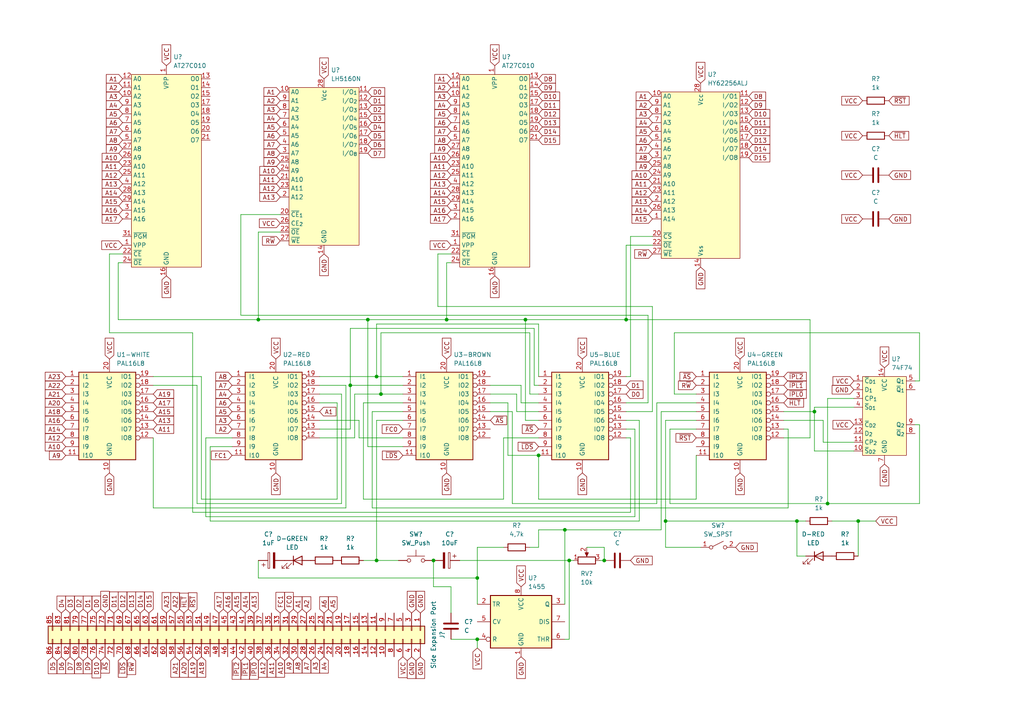
<source format=kicad_sch>
(kicad_sch (version 20211123) (generator eeschema)
  (paper "A4")
  (title_block (title "Amiga Action Replay MK III (A500 Version)"))
  (lib_symbols
    (symbol "AR3:74F74"
      (property "Reference" "U" (at 0 2.54 0))
      (property "Value" "74F74" (at 0 0 0))
      (symbol "74F74_1_1"
        (pin input line (at -8.89 10.16 0) (length 2.54) (name "~{C}_{D1}") (number "1"))
        (pin input line (at -8.89 -10.16 0) (length 2.54) (name "~{S}_{D2}") (number "10"))
        (pin input line (at -8.89 -7.62 0) (length 2.54) (name "CP_{2}") (number "11"))
        (pin input line (at -8.89 -5.08 0) (length 2.54) (name "D_{2}") (number "12"))
        (pin input line (at -8.89 -2.54 0) (length 2.54) (name "~{C}_{D2}") (number "13"))
        (pin power_in line (at 0 13.97 270) (length 2.54) (name "VCC") (number "14"))
        (pin input line (at -8.89 7.62 0) (length 2.54) (name "D_{1}") (number "2"))
        (pin input line (at -8.89 5.08 0) (length 2.54) (name "CP_{1}") (number "3"))
        (pin input line (at -8.89 2.54 0) (length 2.54) (name "~{S}_{D1}") (number "4"))
        (pin output line (at 8.89 10.16 180) (length 2.54) (name "Q_{1}") (number "5"))
        (pin output line (at 8.89 7.62 180) (length 2.54) (name "~{Q}_{1}") (number "6"))
        (pin power_in line (at 0 -13.97 90) (length 2.54) (name "GND") (number "7"))
        (pin output line (at 8.89 -5.08 180) (length 2.54) (name "~{Q}_{2}") (number "8"))
        (pin output line (at 8.89 -2.54 180) (length 2.54) (name "Q_{2}") (number "9"))
      )
    )
    (symbol "AR3:AT27C010"
      (property "Reference" "U" (at 0 1.524 0))
      (property "Value" "AT27C010" (at 0 -1.778 0))
      (symbol "AT27C010_1_1"
        (pin input line (at -12.7 -21.59 0) (length 2.54) (name "VPP") (number "1"))
        (pin power_in line (at 0 30.48 270) (length 2.54) (name "VPP") (number "1"))
        (pin input line (at -12.7 21.59 0) (length 2.54) (name "A2") (number "10"))
        (pin input line (at -12.7 24.13 0) (length 2.54) (name "A1") (number "11"))
        (pin input line (at -12.7 26.67 0) (length 2.54) (name "A0") (number "12"))
        (pin output line (at 12.7 26.67 180) (length 2.54) (name "O0") (number "13"))
        (pin output line (at 12.7 24.13 180) (length 2.54) (name "O1") (number "14"))
        (pin output line (at 12.7 21.59 180) (length 2.54) (name "O2") (number "15"))
        (pin power_in line (at 0 -30.48 90) (length 2.54) (name "GND") (number "16"))
        (pin output line (at 12.7 19.05 180) (length 2.54) (name "O3") (number "17"))
        (pin output line (at 12.7 16.51 180) (length 2.54) (name "O4") (number "18"))
        (pin output line (at 12.7 13.97 180) (length 2.54) (name "O5") (number "19"))
        (pin input line (at -12.7 -13.97 0) (length 2.54) (name "A16") (number "2"))
        (pin output line (at 12.7 11.43 180) (length 2.54) (name "O6") (number "20"))
        (pin output line (at 12.7 8.89 180) (length 2.54) (name "O7") (number "21"))
        (pin input line (at -12.7 -24.13 0) (length 2.54) (name "~{CE}") (number "22"))
        (pin input line (at -12.7 1.27 0) (length 2.54) (name "A10") (number "23"))
        (pin input line (at -12.7 -26.67 0) (length 2.54) (name "~{OE}") (number "24"))
        (pin input line (at -12.7 -1.27 0) (length 2.54) (name "A11") (number "25"))
        (pin input line (at -12.7 3.81 0) (length 2.54) (name "A9") (number "26"))
        (pin input line (at -12.7 6.35 0) (length 2.54) (name "A8") (number "27"))
        (pin input line (at -12.7 -6.35 0) (length 2.54) (name "A13") (number "28"))
        (pin input line (at -12.7 -8.89 0) (length 2.54) (name "A14") (number "29"))
        (pin input line (at -12.7 -11.43 0) (length 2.54) (name "A15") (number "3"))
        (pin input line (at -12.7 -19.05 0) (length 2.54) (name "~{PGM}") (number "31"))
        (pin input line (at -12.7 -3.81 0) (length 2.54) (name "A12") (number "4"))
        (pin input line (at -12.7 8.89 0) (length 2.54) (name "A7") (number "5"))
        (pin input line (at -12.7 11.43 0) (length 2.54) (name "A6") (number "6"))
        (pin input line (at -12.7 13.97 0) (length 2.54) (name "A5") (number "7"))
        (pin input line (at -12.7 16.51 0) (length 2.54) (name "A4") (number "8"))
        (pin input line (at -12.7 19.05 0) (length 2.54) (name "A3") (number "9"))
      )
    )
    (symbol "AR3:HY62256ALJ"
      (property "Reference" "U" (at 0 2.54 0))
      (property "Value" "HY62256ALJ" (at 0 -2.54 0))
      (symbol "HY62256ALJ_1_1"
        (pin input line (at -13.97 -12.7 0) (length 2.54) (name "A14") (number "1"))
        (pin input line (at -13.97 22.86 0) (length 2.54) (name "A0") (number "10"))
        (pin bidirectional line (at 13.97 22.86 180) (length 2.54) (name "I/O1") (number "11"))
        (pin bidirectional line (at 13.97 20.32 180) (length 2.54) (name "I/O2") (number "12"))
        (pin bidirectional line (at 13.97 17.78 180) (length 2.54) (name "I/O3") (number "13"))
        (pin power_in line (at 0 -26.67 90) (length 2.54) (name "Vss") (number "14"))
        (pin bidirectional line (at 13.97 15.24 180) (length 2.54) (name "I/O4") (number "15"))
        (pin bidirectional line (at 13.97 12.7 180) (length 2.54) (name "I/O5") (number "16"))
        (pin bidirectional line (at 13.97 10.16 180) (length 2.54) (name "I/O6") (number "17"))
        (pin bidirectional line (at 13.97 7.62 180) (length 2.54) (name "I/O7") (number "18"))
        (pin bidirectional line (at 13.97 5.08 180) (length 2.54) (name "I/O8") (number "19"))
        (pin input line (at -13.97 -7.62 0) (length 2.54) (name "A12") (number "2"))
        (pin input line (at -13.97 -17.78 0) (length 2.54) (name "~{CS}") (number "20"))
        (pin input line (at -13.97 -2.54 0) (length 2.54) (name "A10") (number "21"))
        (pin input line (at -13.97 -20.32 0) (length 2.54) (name "~{OE}") (number "22"))
        (pin input line (at -13.97 -5.08 0) (length 2.54) (name "A11") (number "23"))
        (pin input line (at -13.97 0 0) (length 2.54) (name "A9") (number "24"))
        (pin input line (at -13.97 2.54 0) (length 2.54) (name "A8") (number "25"))
        (pin input line (at -13.97 -10.16 0) (length 2.54) (name "A13") (number "26"))
        (pin input line (at -13.97 -22.86 0) (length 2.54) (name "~{WE}") (number "27"))
        (pin power_in line (at 0 26.67 270) (length 2.54) (name "Vcc") (number "28"))
        (pin input line (at -13.97 5.08 0) (length 2.54) (name "A7") (number "3"))
        (pin input line (at -13.97 7.62 0) (length 2.54) (name "A6") (number "4"))
        (pin input line (at -13.97 10.16 0) (length 2.54) (name "A5") (number "5"))
        (pin input line (at -13.97 12.7 0) (length 2.54) (name "A4") (number "6"))
        (pin input line (at -13.97 15.24 0) (length 2.54) (name "A3") (number "7"))
        (pin input line (at -13.97 17.78 0) (length 2.54) (name "A2") (number "8"))
        (pin input line (at -13.97 20.32 0) (length 2.54) (name "A1") (number "9"))
      )
    )
    (symbol "AR3:LH5160N"
      (property "Reference" "U" (at 0 1.27 0))
      (property "Value" "LH5160N" (at 0 -1.27 0))
      (symbol "LH5160N_1_1"
        (pin input line (at -12.7 21.59 0) (length 2.54) (name "A0") (number "10"))
        (pin bidirectional line (at 12.7 21.59 180) (length 2.54) (name "I/O_{1}") (number "11"))
        (pin bidirectional line (at 12.7 19.05 180) (length 2.54) (name "I/O_{2}") (number "12"))
        (pin bidirectional line (at 12.7 16.51 180) (length 2.54) (name "I/O_{3}") (number "13"))
        (pin power_in line (at 0 -25.4 90) (length 2.54) (name "GND") (number "14"))
        (pin bidirectional line (at 12.7 13.97 180) (length 2.54) (name "I/O_{4}") (number "15"))
        (pin bidirectional line (at 12.7 11.43 180) (length 2.54) (name "I/O_{5}") (number "16"))
        (pin bidirectional line (at 12.7 8.89 180) (length 2.54) (name "I/O_{6}") (number "17"))
        (pin bidirectional line (at 12.7 6.35 180) (length 2.54) (name "I/O_{7}") (number "18"))
        (pin bidirectional line (at 12.7 3.81 180) (length 2.54) (name "I/O_{8}") (number "19"))
        (pin input line (at -12.7 -8.89 0) (length 2.54) (name "A12") (number "2"))
        (pin input line (at -12.7 -13.97 0) (length 2.54) (name "~{CE}_{1}") (number "20"))
        (pin input line (at -12.7 -3.81 0) (length 2.54) (name "A10") (number "21"))
        (pin input line (at -12.7 -19.05 0) (length 2.54) (name "~{OE}") (number "22"))
        (pin input line (at -12.7 -6.35 0) (length 2.54) (name "A11") (number "23"))
        (pin input line (at -12.7 -1.27 0) (length 2.54) (name "A9") (number "24"))
        (pin input line (at -12.7 1.27 0) (length 2.54) (name "A8") (number "25"))
        (pin input line (at -12.7 -16.51 0) (length 2.54) (name "CE_{2}") (number "26"))
        (pin input line (at -12.7 -21.59 0) (length 2.54) (name "~{WE}") (number "27"))
        (pin power_in line (at 0 25.4 270) (length 2.54) (name "Vcc") (number "28"))
        (pin input line (at -12.7 3.81 0) (length 2.54) (name "A7") (number "3"))
        (pin input line (at -12.7 6.35 0) (length 2.54) (name "A6") (number "4"))
        (pin input line (at -12.7 8.89 0) (length 2.54) (name "A5") (number "5"))
        (pin input line (at -12.7 11.43 0) (length 2.54) (name "A4") (number "6"))
        (pin input line (at -12.7 13.97 0) (length 2.54) (name "A3") (number "7"))
        (pin input line (at -12.7 16.51 0) (length 2.54) (name "A2") (number "8"))
        (pin input line (at -12.7 19.05 0) (length 2.54) (name "A1") (number "9"))
      )
    )
    (symbol "AR3:Side Expansion Port" (pin_names (offset 1.016) hide)
      (property "Reference" "J" (at 1.27 50.8 0))
      (property "Value" "Side Expansion Port" (at 1.27 -60.96 0))
      (symbol "Side Expansion Port_1_1"
        (pin passive line (at -5.08 48.26 0) (length 3.81) (name "GND") (number "1"))
        (pin passive line (at 7.62 38.1 180) (length 3.81) (name "+12V") (number "10"))
        (pin passive line (at -5.08 35.56 0) (length 3.81) (name "NC") (number "11"))
        (pin passive line (at 7.62 35.56 180) (length 3.81) (name "GND") (number "12"))
        (pin passive line (at -5.08 33.02 0) (length 3.81) (name "GND") (number "13"))
        (pin passive line (at 7.62 33.02 180) (length 3.81) (name "~{CCKQ}") (number "14"))
        (pin passive line (at -5.08 30.48 0) (length 3.81) (name "CDAC") (number "15"))
        (pin passive line (at 7.62 30.48 180) (length 3.81) (name "~{CCK}") (number "16"))
        (pin passive line (at -5.08 27.94 0) (length 3.81) (name "~{OVR}") (number "17"))
        (pin passive line (at 7.62 27.94 180) (length 3.81) (name "XRDY") (number "18"))
        (pin passive line (at -5.08 25.4 0) (length 3.81) (name "~{INT2}") (number "19"))
        (pin passive line (at 7.62 48.26 180) (length 3.81) (name "GND") (number "2"))
        (pin passive line (at 7.62 25.4 180) (length 3.81) (name "NC") (number "20"))
        (pin passive line (at -5.08 22.86 0) (length 3.81) (name "A5") (number "21"))
        (pin passive line (at 7.62 22.86 180) (length 3.81) (name "~{INT6}") (number "22"))
        (pin passive line (at -5.08 20.32 0) (length 3.81) (name "A6") (number "23"))
        (pin passive line (at 7.62 20.32 180) (length 3.81) (name "A4") (number "24"))
        (pin passive line (at -5.08 17.78 0) (length 3.81) (name "GND") (number "25"))
        (pin passive line (at 7.62 17.78 180) (length 3.81) (name "A3") (number "26"))
        (pin passive line (at -5.08 15.24 0) (length 3.81) (name "A2") (number "27"))
        (pin passive line (at 7.62 15.24 180) (length 3.81) (name "A7") (number "28"))
        (pin passive line (at -5.08 12.7 0) (length 3.81) (name "A1") (number "29"))
        (pin passive line (at -5.08 45.72 0) (length 3.81) (name "GND") (number "3"))
        (pin passive line (at 7.62 12.7 180) (length 3.81) (name "A8") (number "30"))
        (pin passive line (at -5.08 10.16 0) (length 3.81) (name "FC0") (number "31"))
        (pin passive line (at 7.62 10.16 180) (length 3.81) (name "A9") (number "32"))
        (pin passive line (at -5.08 7.62 0) (length 3.81) (name "FC1") (number "33"))
        (pin passive line (at 7.62 7.62 180) (length 3.81) (name "A10") (number "34"))
        (pin passive line (at -5.08 5.08 0) (length 3.81) (name "FC2") (number "35"))
        (pin passive line (at 7.62 5.08 180) (length 3.81) (name "A11") (number "36"))
        (pin passive line (at -5.08 2.54 0) (length 3.81) (name "GND") (number "37"))
        (pin passive line (at 7.62 2.54 180) (length 3.81) (name "A12") (number "38"))
        (pin passive line (at -5.08 0 0) (length 3.81) (name "A13") (number "39"))
        (pin passive line (at 7.62 45.72 180) (length 3.81) (name "GND") (number "4"))
        (pin passive line (at 7.62 0 180) (length 3.81) (name "~{IPL0}") (number "40"))
        (pin passive line (at -5.08 -2.54 0) (length 3.81) (name "A14") (number "41"))
        (pin passive line (at 7.62 -2.54 180) (length 3.81) (name "~{IPL1}") (number "42"))
        (pin passive line (at -5.08 -5.08 0) (length 3.81) (name "A15") (number "43"))
        (pin passive line (at 7.62 -5.08 180) (length 3.81) (name "~{IPL2}") (number "44"))
        (pin passive line (at -5.08 -7.62 0) (length 3.81) (name "A16") (number "45"))
        (pin passive line (at 7.62 -7.62 180) (length 3.81) (name "~{BEER}") (number "46"))
        (pin passive line (at -5.08 -10.16 0) (length 3.81) (name "A17") (number "47"))
        (pin passive line (at 7.62 -10.16 180) (length 3.81) (name "~{VPA}") (number "48"))
        (pin passive line (at -5.08 -12.7 0) (length 3.81) (name "GND") (number "49"))
        (pin passive line (at -5.08 43.18 0) (length 3.81) (name "VCC") (number "5"))
        (pin passive line (at 7.62 -12.7 180) (length 3.81) (name "E") (number "50"))
        (pin passive line (at -5.08 -15.24 0) (length 3.81) (name "~{VMA}") (number "51"))
        (pin passive line (at 7.62 -15.24 180) (length 3.81) (name "A18") (number "52"))
        (pin passive line (at -5.08 -17.78 0) (length 3.81) (name "~{RST}") (number "53"))
        (pin passive line (at 7.62 -17.78 180) (length 3.81) (name "A19") (number "54"))
        (pin passive line (at -5.08 -20.32 0) (length 3.81) (name "~{HLT}") (number "55"))
        (pin passive line (at 7.62 -20.32 180) (length 3.81) (name "A20") (number "56"))
        (pin passive line (at -5.08 -22.86 0) (length 3.81) (name "A22") (number "57"))
        (pin passive line (at 7.62 -22.86 180) (length 3.81) (name "A21") (number "58"))
        (pin passive line (at -5.08 -25.4 0) (length 3.81) (name "A23") (number "59"))
        (pin passive line (at 7.62 43.18 180) (length 3.81) (name "VCC") (number "6"))
        (pin passive line (at 7.62 -25.4 180) (length 3.81) (name "~{BR}") (number "60"))
        (pin passive line (at -5.08 -27.94 0) (length 3.81) (name "GND") (number "61"))
        (pin passive line (at 7.62 -27.94 180) (length 3.81) (name "~{BGACK}") (number "62"))
        (pin passive line (at -5.08 -30.48 0) (length 3.81) (name "D15") (number "63"))
        (pin passive line (at 7.62 -30.48 180) (length 3.81) (name "~{BG}") (number "64"))
        (pin passive line (at -5.08 -33.02 0) (length 3.81) (name "D14") (number "65"))
        (pin passive line (at 7.62 -33.02 180) (length 3.81) (name "~{DTACK}") (number "66"))
        (pin passive line (at -5.08 -35.56 0) (length 3.81) (name "D13") (number "67"))
        (pin passive line (at 7.62 -35.56 180) (length 3.81) (name "R~{W}") (number "68"))
        (pin passive line (at -5.08 -38.1 0) (length 3.81) (name "D12") (number "69"))
        (pin passive line (at -5.08 40.64 0) (length 3.81) (name "7MHz") (number "7"))
        (pin passive line (at 7.62 -38.1 180) (length 3.81) (name "~{LDS}") (number "70"))
        (pin passive line (at -5.08 -40.64 0) (length 3.81) (name "D11") (number "71"))
        (pin passive line (at 7.62 -40.64 180) (length 3.81) (name "~{UDS}") (number "72"))
        (pin passive line (at -5.08 -43.18 0) (length 3.81) (name "GND") (number "73"))
        (pin passive line (at 7.62 -43.18 180) (length 3.81) (name "~{AS}") (number "74"))
        (pin passive line (at -5.08 -45.72 0) (length 3.81) (name "D0") (number "75"))
        (pin passive line (at 7.62 -45.72 180) (length 3.81) (name "D10") (number "76"))
        (pin passive line (at -5.08 -48.26 0) (length 3.81) (name "D1") (number "77"))
        (pin passive line (at 7.62 -48.26 180) (length 3.81) (name "D9") (number "78"))
        (pin passive line (at -5.08 -50.8 0) (length 3.81) (name "D2") (number "79"))
        (pin passive line (at 7.62 40.64 180) (length 3.81) (name "-12V") (number "8"))
        (pin passive line (at 7.62 -50.8 180) (length 3.81) (name "D8") (number "80"))
        (pin passive line (at -5.08 -53.34 0) (length 3.81) (name "D3") (number "81"))
        (pin passive line (at 7.62 -53.34 180) (length 3.81) (name "D7") (number "82"))
        (pin passive line (at -5.08 -55.88 0) (length 3.81) (name "D4") (number "83"))
        (pin passive line (at 7.62 -55.88 180) (length 3.81) (name "D6") (number "84"))
        (pin passive line (at -5.08 -58.42 0) (length 3.81) (name "GND") (number "85"))
        (pin passive line (at 7.62 -58.42 180) (length 3.81) (name "D5") (number "86"))
        (pin passive line (at -5.08 38.1 0) (length 3.81) (name "NC") (number "9"))
      )
    )
    (symbol "Device:C" (pin_numbers hide) (pin_names (offset 0.254))
      (property "Reference" "C" (at 0.635 2.54 0))
      (property "Value" "C" (at 0.635 -2.54 0))
      (symbol "C_1_1"
        (pin passive line (at 0 3.81 270) (length 2.794) (name "~") (number "1"))
        (pin passive line (at 0 -3.81 90) (length 2.794) (name "~") (number "2"))
      )
    )
    (symbol "Device:C_Polarized" (pin_numbers hide) (pin_names (offset 0.254))
      (property "Reference" "C" (at 0.635 2.54 0))
      (property "Value" "C_Polarized" (at 0.635 -2.54 0))
      (symbol "C_Polarized_1_1"
        (pin passive line (at 0 3.81 270) (length 2.794) (name "~") (number "1"))
        (pin passive line (at 0 -3.81 90) (length 2.794) (name "~") (number "2"))
      )
    )
    (symbol "Device:LED" (pin_numbers hide) (pin_names (offset 1.016) hide)
      (property "Reference" "D" (at 0 2.54 0))
      (property "Value" "LED" (at 0 -2.54 0))
      (symbol "LED_1_1"
        (pin passive line (at -3.81 0 0) (length 2.54) (name "K") (number "1"))
        (pin passive line (at 3.81 0 180) (length 2.54) (name "A") (number "2"))
      )
    )
    (symbol "Device:R" (pin_numbers hide) (pin_names (offset 0))
      (property "Reference" "R" (at 2.032 0 90))
      (property "Value" "R" (at 0 0 90))
      (symbol "R_1_1"
        (pin passive line (at 0 3.81 270) (length 1.27) (name "~") (number "1"))
        (pin passive line (at 0 -3.81 90) (length 1.27) (name "~") (number "2"))
      )
    )
    (symbol "Device:R_Potentiometer" (pin_names (offset 1.016) hide)
      (property "Reference" "RV" (at -4.445 0 90))
      (property "Value" "R_Potentiometer" (at -2.54 0 90))
      (symbol "R_Potentiometer_1_1"
        (pin passive line (at 0 3.81 270) (length 1.27) (name "1") (number "1"))
        (pin passive line (at 3.81 0 180) (length 1.27) (name "2") (number "2"))
        (pin passive line (at 0 -3.81 90) (length 1.27) (name "3") (number "3"))
      )
    )
    (symbol "Logic_Programmable:PAL16L8" (pin_names (offset 1.016))
      (property "Reference" "U" (at -8.89 16.51 0))
      (property "Value" "PAL16L8" (at 1.27 16.51 0))
      (symbol "PAL16L8_0_0"
        (pin power_in line (at 0 -15.24 90) (length 3.81) (name "GND") (number "10"))
        (pin power_in line (at 0 17.78 270) (length 3.81) (name "VCC") (number "20"))
      )
      (symbol "PAL16L8_1_1"
        (pin input line (at -12.7 12.7 0) (length 3.81) (name "I1") (number "1"))
        (pin input line (at -12.7 -10.16 0) (length 3.81) (name "I10") (number "11"))
        (pin tri_state inverted (at 12.7 -5.08 180) (length 5.08) (name "IO8") (number "12"))
        (pin tri_state inverted (at 12.7 -2.54 180) (length 5.08) (name "IO7") (number "13"))
        (pin tri_state inverted (at 12.7 0 180) (length 5.08) (name "IO6") (number "14"))
        (pin tri_state inverted (at 12.7 2.54 180) (length 5.08) (name "IO5") (number "15"))
        (pin tri_state inverted (at 12.7 5.08 180) (length 5.08) (name "IO4") (number "16"))
        (pin tri_state inverted (at 12.7 7.62 180) (length 5.08) (name "I03") (number "17"))
        (pin tri_state inverted (at 12.7 10.16 180) (length 5.08) (name "IO2") (number "18"))
        (pin tri_state inverted (at 12.7 12.7 180) (length 5.08) (name "IO1") (number "19"))
        (pin input line (at -12.7 10.16 0) (length 3.81) (name "I2") (number "2"))
        (pin input line (at -12.7 7.62 0) (length 3.81) (name "I3") (number "3"))
        (pin input line (at -12.7 5.08 0) (length 3.81) (name "I4") (number "4"))
        (pin input line (at -12.7 2.54 0) (length 3.81) (name "I5") (number "5"))
        (pin input line (at -12.7 0 0) (length 3.81) (name "I6") (number "6"))
        (pin input line (at -12.7 -2.54 0) (length 3.81) (name "I7") (number "7"))
        (pin input line (at -12.7 -5.08 0) (length 3.81) (name "I8") (number "8"))
        (pin input line (at -12.7 -7.62 0) (length 3.81) (name "I9") (number "9"))
      )
    )
    (symbol "Switch:SW_Push" (pin_numbers hide) (pin_names (offset 1.016) hide)
      (property "Reference" "SW" (at 1.27 2.54 0))
      (property "Value" "SW_Push" (at 0 -1.524 0))
      (symbol "SW_Push_0_1"
        (pin passive line (at -5.08 0 0) (length 2.54) (name "1") (number "1"))
        (pin passive line (at 5.08 0 180) (length 2.54) (name "2") (number "2"))
      )
    )
    (symbol "Switch:SW_SPST" (pin_names (offset 0) hide)
      (property "Reference" "SW" (at 0 3.175 0))
      (property "Value" "SW_SPST" (at 0 -2.54 0))
      (symbol "SW_SPST_1_1"
        (pin passive line (at -5.08 0 0) (length 2.54) (name "A") (number "1"))
        (pin passive line (at 5.08 0 180) (length 2.54) (name "B") (number "2"))
      )
    )
    (symbol "Timer:MC1455B"
      (property "Reference" "U" (at -10.16 8.89 0))
      (property "Value" "MC1455B" (at 2.54 8.89 0))
      (symbol "MC1455B_0_0"
        (pin power_in line (at 0 -10.16 90) (length 2.54) (name "GND") (number "1"))
        (pin power_in line (at 0 10.16 270) (length 2.54) (name "VCC") (number "8"))
      )
      (symbol "MC1455B_1_1"
        (pin input line (at -12.7 5.08 0) (length 3.81) (name "TR") (number "2"))
        (pin output line (at 12.7 5.08 180) (length 3.81) (name "Q") (number "3"))
        (pin input inverted (at -12.7 -5.08 0) (length 3.81) (name "R") (number "4"))
        (pin input line (at -12.7 0 0) (length 3.81) (name "CV") (number "5"))
        (pin input line (at 12.7 -5.08 180) (length 3.81) (name "THR") (number "6"))
        (pin input line (at 12.7 0 180) (length 3.81) (name "DIS") (number "7"))
      )
    )
  )
  (junction (at 163.83 153.67))
  (junction (at 106.68 92.71))
  (junction (at 236.22 119.38))
  (junction (at 193.04 151.13))
  (junction (at 109.22 109.22))
  (junction (at 156.21 132.08))
  (junction (at 231.14 151.13))
  (junction (at 138.43 185.42))
  (junction (at 175.26 162.56))
  (junction (at 110.49 114.3))
  (junction (at 165.1 162.56))
  (junction (at 109.22 162.56))
  (junction (at 152.4 92.71))
  (junction (at 129.54 92.71))
  (junction (at 248.92 151.13))
  (junction (at 101.6 111.76))
  (junction (at 138.43 167.64))
  (junction (at 240.03 146.05))
  (junction (at 125.73 162.56))
  (junction (at 181.61 92.71))
  (junction (at 74.93 92.71))
  (wire (pts (xy 44.45 111.76) (xy 57.15 111.76)))
  (wire (pts (xy 240.03 115.57) (xy 247.65 115.57)))
  (wire (pts (xy 92.71 109.22) (xy 109.22 109.22)))
  (wire (pts (xy 181.61 71.12) (xy 181.61 92.71)))
  (wire (pts (xy 110.49 114.3) (xy 116.84 114.3)))
  (wire (pts (xy 195.58 96.52) (xy 266.7 96.52)))
  (wire (pts (xy 149.86 119.38) (xy 156.21 119.38)))
  (wire (pts (xy 182.88 68.58) (xy 182.88 109.22)))
  (wire (pts (xy 99.06 146.05) (xy 99.06 114.3)))
  (wire (pts (xy 81.28 67.31) (xy 74.93 67.31)))
  (wire (pts (xy 127 73.66) (xy 127 88.9)))
  (wire (pts (xy 153.67 158.75) (xy 156.21 158.75)))
  (wire (pts (xy 148.59 146.05) (xy 190.5 146.05)))
  (wire (pts (xy 44.45 127) (xy 44.45 147.32)))
  (wire (pts (xy 104.14 127) (xy 116.84 127)))
  (wire (pts (xy 185.42 151.13) (xy 185.42 121.92)))
  (wire (pts (xy 194.31 146.05) (xy 240.03 146.05)))
  (wire (pts (xy 60.96 129.54) (xy 60.96 151.13)))
  (wire (pts (xy 152.4 92.71) (xy 181.61 92.71)))
  (wire (pts (xy 55.88 96.52) (xy 55.88 148.59)))
  (wire (pts (xy 231.14 151.13) (xy 231.14 161.29)))
  (wire (pts (xy 31.75 96.52) (xy 55.88 96.52)))
  (wire (pts (xy 173.99 162.56) (xy 175.26 162.56)))
  (wire (pts (xy 152.4 92.71) (xy 152.4 121.92)))
  (wire (pts (xy 130.81 76.2) (xy 129.54 76.2)))
  (wire (pts (xy 181.61 121.92) (xy 185.42 121.92)))
  (wire (pts (xy 57.15 111.76) (xy 57.15 146.05)))
  (wire (pts (xy 35.56 73.66) (xy 31.75 73.66)))
  (wire (pts (xy 203.2 158.75) (xy 193.04 158.75)))
  (wire (pts (xy 102.87 127) (xy 102.87 114.3)))
  (wire (pts (xy 233.68 161.29) (xy 231.14 161.29)))
  (wire (pts (xy 191.77 119.38) (xy 201.93 119.38)))
  (wire (pts (xy 149.86 114.3) (xy 149.86 119.38)))
  (wire (pts (xy 234.95 92.71) (xy 181.61 92.71)))
  (wire (pts (xy 153.67 114.3) (xy 153.67 96.52)))
  (wire (pts (xy 59.69 149.86) (xy 184.15 149.86)))
  (wire (pts (xy 227.33 119.38) (xy 236.22 119.38)))
  (wire (pts (xy 138.43 158.75) (xy 138.43 167.64)))
  (wire (pts (xy 156.21 153.67) (xy 163.83 153.67)))
  (wire (pts (xy 238.76 128.27) (xy 247.65 128.27)))
  (wire (pts (xy 67.31 129.54) (xy 60.96 129.54)))
  (wire (pts (xy 193.04 151.13) (xy 231.14 151.13)))
  (wire (pts (xy 154.94 95.25) (xy 101.6 95.25)))
  (wire (pts (xy 60.96 151.13) (xy 185.42 151.13)))
  (wire (pts (xy 58.42 144.78) (xy 97.79 144.78)))
  (wire (pts (xy 59.69 127) (xy 59.69 149.86)))
  (wire (pts (xy 147.32 132.08) (xy 156.21 132.08)))
  (wire (pts (xy 130.81 73.66) (xy 127 73.66)))
  (wire (pts (xy 110.49 96.52) (xy 110.49 114.3)))
  (wire (pts (xy 34.29 92.71) (xy 74.93 92.71)))
  (wire (pts (xy 156.21 111.76) (xy 154.94 111.76)))
  (wire (pts (xy 35.56 76.2) (xy 34.29 76.2)))
  (wire (pts (xy 266.7 96.52) (xy 266.7 110.49)))
  (wire (pts (xy 236.22 118.11) (xy 236.22 119.38)))
  (wire (pts (xy 109.22 121.92) (xy 116.84 121.92)))
  (wire (pts (xy 156.21 144.78) (xy 156.21 132.08)))
  (wire (pts (xy 138.43 187.96) (xy 138.43 185.42)))
  (wire (pts (xy 238.76 128.27) (xy 238.76 121.92)))
  (wire (pts (xy 190.5 146.05) (xy 190.5 116.84)))
  (wire (pts (xy 231.14 151.13) (xy 233.68 151.13)))
  (wire (pts (xy 236.22 130.81) (xy 247.65 130.81)))
  (wire (pts (xy 106.68 92.71) (xy 106.68 129.54)))
  (wire (pts (xy 101.6 124.46) (xy 101.6 111.76)))
  (wire (pts (xy 163.83 185.42) (xy 165.1 185.42)))
  (wire (pts (xy 138.43 175.26) (xy 138.43 167.64)))
  (wire (pts (xy 187.96 116.84) (xy 181.61 116.84)))
  (wire (pts (xy 184.15 124.46) (xy 181.61 124.46)))
  (wire (pts (xy 69.85 62.23) (xy 69.85 91.44)))
  (wire (pts (xy 100.33 111.76) (xy 92.71 111.76)))
  (wire (pts (xy 74.93 67.31) (xy 74.93 92.71)))
  (wire (pts (xy 227.33 127) (xy 234.95 127)))
  (wire (pts (xy 146.05 158.75) (xy 138.43 158.75)))
  (wire (pts (xy 44.45 147.32) (xy 100.33 147.32)))
  (wire (pts (xy 146.05 144.78) (xy 146.05 127)))
  (wire (pts (xy 175.26 162.56) (xy 175.26 158.75)))
  (wire (pts (xy 97.79 116.84) (xy 92.71 116.84)))
  (wire (pts (xy 116.84 119.38) (xy 107.95 119.38)))
  (wire (pts (xy 100.33 147.32) (xy 100.33 111.76)))
  (wire (pts (xy 195.58 114.3) (xy 195.58 96.52)))
  (wire (pts (xy 109.22 121.92) (xy 109.22 162.56)))
  (wire (pts (xy 191.77 119.38) (xy 191.77 153.67)))
  (wire (pts (xy 92.71 127) (xy 102.87 127)))
  (wire (pts (xy 130.81 170.18) (xy 125.73 170.18)))
  (wire (pts (xy 105.41 162.56) (xy 109.22 162.56)))
  (wire (pts (xy 181.61 109.22) (xy 182.88 109.22)))
  (wire (pts (xy 201.93 121.92) (xy 193.04 121.92)))
  (wire (pts (xy 201.93 124.46) (xy 194.31 124.46)))
  (wire (pts (xy 92.71 121.92) (xy 104.14 121.92)))
  (wire (pts (xy 165.1 162.56) (xy 165.1 185.42)))
  (wire (pts (xy 127 88.9) (xy 189.23 88.9)))
  (wire (pts (xy 266.7 146.05) (xy 266.7 123.19)))
  (wire (pts (xy 116.84 129.54) (xy 106.68 129.54)))
  (wire (pts (xy 156.21 114.3) (xy 153.67 114.3)))
  (wire (pts (xy 74.93 162.56) (xy 74.93 167.64)))
  (wire (pts (xy 147.32 116.84) (xy 147.32 132.08)))
  (wire (pts (xy 182.88 127) (xy 181.61 127)))
  (wire (pts (xy 193.04 151.13) (xy 193.04 158.75)))
  (wire (pts (xy 153.67 96.52) (xy 110.49 96.52)))
  (wire (pts (xy 156.21 121.92) (xy 152.4 121.92)))
  (wire (pts (xy 99.06 114.3) (xy 92.71 114.3)))
  (wire (pts (xy 129.54 76.2) (xy 129.54 92.71)))
  (wire (pts (xy 187.96 91.44) (xy 187.96 116.84)))
  (wire (pts (xy 130.81 177.8) (xy 130.81 170.18)))
  (wire (pts (xy 189.23 88.9) (xy 189.23 119.38)))
  (wire (pts (xy 106.68 92.71) (xy 129.54 92.71)))
  (wire (pts (xy 109.22 162.56) (xy 115.57 162.56)))
  (wire (pts (xy 109.22 109.22) (xy 116.84 109.22)))
  (wire (pts (xy 107.95 147.32) (xy 228.6 147.32)))
  (wire (pts (xy 74.93 92.71) (xy 106.68 92.71)))
  (wire (pts (xy 142.24 116.84) (xy 147.32 116.84)))
  (wire (pts (xy 34.29 76.2) (xy 34.29 92.71)))
  (wire (pts (xy 236.22 119.38) (xy 236.22 130.81)))
  (wire (pts (xy 67.31 127) (xy 59.69 127)))
  (wire (pts (xy 181.61 119.38) (xy 189.23 119.38)))
  (wire (pts (xy 163.83 153.67) (xy 163.83 175.26)))
  (wire (pts (xy 156.21 153.67) (xy 156.21 158.75)))
  (wire (pts (xy 248.92 151.13) (xy 248.92 161.29)))
  (wire (pts (xy 266.7 110.49) (xy 265.43 110.49)))
  (wire (pts (xy 240.03 115.57) (xy 240.03 146.05)))
  (wire (pts (xy 234.95 127) (xy 234.95 92.71)))
  (wire (pts (xy 165.1 162.56) (xy 166.37 162.56)))
  (wire (pts (xy 227.33 121.92) (xy 238.76 121.92)))
  (wire (pts (xy 109.22 93.98) (xy 109.22 109.22)))
  (wire (pts (xy 74.93 167.64) (xy 138.43 167.64)))
  (wire (pts (xy 201.93 114.3) (xy 195.58 114.3)))
  (wire (pts (xy 57.15 146.05) (xy 99.06 146.05)))
  (wire (pts (xy 101.6 95.25) (xy 101.6 111.76)))
  (wire (pts (xy 228.6 124.46) (xy 227.33 124.46)))
  (wire (pts (xy 151.13 116.84) (xy 156.21 116.84)))
  (wire (pts (xy 189.23 68.58) (xy 182.88 68.58)))
  (wire (pts (xy 146.05 127) (xy 156.21 127)))
  (wire (pts (xy 44.45 109.22) (xy 58.42 109.22)))
  (wire (pts (xy 105.41 144.78) (xy 105.41 116.84)))
  (wire (pts (xy 58.42 109.22) (xy 58.42 144.78)))
  (wire (pts (xy 31.75 73.66) (xy 31.75 96.52)))
  (wire (pts (xy 163.83 153.67) (xy 191.77 153.67)))
  (wire (pts (xy 142.24 114.3) (xy 149.86 114.3)))
  (wire (pts (xy 184.15 149.86) (xy 184.15 124.46)))
  (wire (pts (xy 55.88 148.59) (xy 182.88 148.59)))
  (wire (pts (xy 201.93 132.08) (xy 201.93 144.78)))
  (wire (pts (xy 125.73 170.18) (xy 125.73 162.56)))
  (wire (pts (xy 190.5 116.84) (xy 201.93 116.84)))
  (wire (pts (xy 181.61 71.12) (xy 189.23 71.12)))
  (wire (pts (xy 175.26 158.75) (xy 170.18 158.75)))
  (wire (pts (xy 201.93 144.78) (xy 156.21 144.78)))
  (wire (pts (xy 151.13 111.76) (xy 151.13 116.84)))
  (wire (pts (xy 81.28 62.23) (xy 69.85 62.23)))
  (wire (pts (xy 92.71 124.46) (xy 101.6 124.46)))
  (wire (pts (xy 182.88 148.59) (xy 182.88 127)))
  (wire (pts (xy 97.79 144.78) (xy 97.79 116.84)))
  (wire (pts (xy 228.6 147.32) (xy 228.6 124.46)))
  (wire (pts (xy 105.41 116.84) (xy 116.84 116.84)))
  (wire (pts (xy 248.92 151.13) (xy 254 151.13)))
  (wire (pts (xy 102.87 114.3) (xy 110.49 114.3)))
  (wire (pts (xy 142.24 111.76) (xy 151.13 111.76)))
  (wire (pts (xy 193.04 121.92) (xy 193.04 151.13)))
  (wire (pts (xy 236.22 118.11) (xy 247.65 118.11)))
  (wire (pts (xy 101.6 111.76) (xy 116.84 111.76)))
  (wire (pts (xy 240.03 146.05) (xy 266.7 146.05)))
  (wire (pts (xy 266.7 123.19) (xy 265.43 123.19)))
  (wire (pts (xy 241.3 151.13) (xy 248.92 151.13)))
  (wire (pts (xy 154.94 111.76) (xy 154.94 95.25)))
  (wire (pts (xy 104.14 121.92) (xy 104.14 127)))
  (wire (pts (xy 107.95 119.38) (xy 107.95 147.32)))
  (wire (pts (xy 69.85 91.44) (xy 187.96 91.44)))
  (wire (pts (xy 194.31 124.46) (xy 194.31 146.05)))
  (wire (pts (xy 130.81 185.42) (xy 138.43 185.42)))
  (wire (pts (xy 156.21 109.22) (xy 156.21 93.98)))
  (wire (pts (xy 105.41 144.78) (xy 146.05 144.78)))
  (wire (pts (xy 129.54 92.71) (xy 152.4 92.71)))
  (wire (pts (xy 142.24 119.38) (xy 148.59 119.38)))
  (wire (pts (xy 133.35 162.56) (xy 165.1 162.56)))
  (wire (pts (xy 148.59 119.38) (xy 148.59 146.05)))
  (wire (pts (xy 156.21 93.98) (xy 109.22 93.98)))
  (global_label "VCC" (shape input) (at 138.43 187.96 270) (property "Intersheet References" "${INTERSHEET_REFS}" (effects hide)))
  (global_label "A1" (shape input) (at 130.81 22.86 180) (property "Intersheet References" "${INTERSHEET_REFS}" (effects hide)))
  (global_label "A13" (shape input) (at 189.23 58.42 180) (property "Intersheet References" "${INTERSHEET_REFS}" (effects hide)))
  (global_label "VCC" (shape input) (at 130.81 71.12 180) (property "Intersheet References" "${INTERSHEET_REFS}" (effects hide)))
  (global_label "A3" (shape input) (at 130.81 27.94 180) (property "Intersheet References" "${INTERSHEET_REFS}" (effects hide)))
  (global_label "~{LDS}" (shape input) (at 156.21 129.54 180) (property "Intersheet References" "${INTERSHEET_REFS}" (effects hide)))
  (global_label "~{RST}" (shape input) (at 55.88 177.8 90) (property "Intersheet References" "${INTERSHEET_REFS}" (effects hide)))
  (global_label "A5" (shape input) (at 35.56 33.02 180) (property "Intersheet References" "${INTERSHEET_REFS}" (effects hide)))
  (global_label "A7" (shape input) (at 35.56 38.1 180) (property "Intersheet References" "${INTERSHEET_REFS}" (effects hide)))
  (global_label "A2" (shape input) (at 35.56 25.4 180) (property "Intersheet References" "${INTERSHEET_REFS}" (effects hide)))
  (global_label "A11" (shape input) (at 35.56 48.26 180) (property "Intersheet References" "${INTERSHEET_REFS}" (effects hide)))
  (global_label "GND" (shape input) (at 143.51 80.01 270) (property "Intersheet References" "${INTERSHEET_REFS}" (effects hide)))
  (global_label "A1" (shape input) (at 35.56 22.86 180) (property "Intersheet References" "${INTERSHEET_REFS}" (effects hide)))
  (global_label "D6" (shape input) (at 106.68 41.91 0) (property "Intersheet References" "${INTERSHEET_REFS}" (effects hide)))
  (global_label "A22" (shape input) (at 19.05 111.76 180) (property "Intersheet References" "${INTERSHEET_REFS}" (effects hide)))
  (global_label "~{IPL2}" (shape input) (at 68.58 190.5 270) (property "Intersheet References" "${INTERSHEET_REFS}" (effects hide)))
  (global_label "A3" (shape input) (at 67.31 121.92 180) (property "Intersheet References" "${INTERSHEET_REFS}" (effects hide)))
  (global_label "A18" (shape input) (at 19.05 119.38 180) (property "Intersheet References" "${INTERSHEET_REFS}" (effects hide)))
  (global_label "D11" (shape input) (at 217.17 35.56 0) (property "Intersheet References" "${INTERSHEET_REFS}" (effects hide)))
  (global_label "~{AS}" (shape input) (at 201.93 109.22 180) (property "Intersheet References" "${INTERSHEET_REFS}" (effects hide)))
  (global_label "D1" (shape input) (at 181.61 111.76 0) (property "Intersheet References" "${INTERSHEET_REFS}" (effects hide)))
  (global_label "D13" (shape input) (at 156.21 35.56 0) (property "Intersheet References" "${INTERSHEET_REFS}" (effects hide)))
  (global_label "A23" (shape input) (at 19.05 109.22 180) (property "Intersheet References" "${INTERSHEET_REFS}" (effects hide)))
  (global_label "A4" (shape input) (at 130.81 30.48 180) (property "Intersheet References" "${INTERSHEET_REFS}" (effects hide)))
  (global_label "~{HLT}" (shape input) (at 227.33 116.84 0) (property "Intersheet References" "${INTERSHEET_REFS}" (effects hide)))
  (global_label "A10" (shape input) (at 130.81 45.72 180) (property "Intersheet References" "${INTERSHEET_REFS}" (effects hide)))
  (global_label "A8" (shape input) (at 189.23 45.72 180) (property "Intersheet References" "${INTERSHEET_REFS}" (effects hide)))
  (global_label "A5" (shape input) (at 130.81 33.02 180) (property "Intersheet References" "${INTERSHEET_REFS}" (effects hide)))
  (global_label "A6" (shape input) (at 35.56 35.56 180) (property "Intersheet References" "${INTERSHEET_REFS}" (effects hide)))
  (global_label "A9" (shape input) (at 130.81 43.18 180) (property "Intersheet References" "${INTERSHEET_REFS}" (effects hide)))
  (global_label "VCC" (shape input) (at 250.19 39.37 180) (property "Intersheet References" "${INTERSHEET_REFS}" (effects hide)))
  (global_label "A12" (shape input) (at 130.81 50.8 180) (property "Intersheet References" "${INTERSHEET_REFS}" (effects hide)))
  (global_label "A5" (shape input) (at 96.52 177.8 90) (property "Intersheet References" "${INTERSHEET_REFS}" (effects hide)))
  (global_label "A17" (shape input) (at 35.56 63.5 180) (property "Intersheet References" "${INTERSHEET_REFS}" (effects hide)))
  (global_label "A1" (shape input) (at 189.23 27.94 180) (property "Intersheet References" "${INTERSHEET_REFS}" (effects hide)))
  (global_label "~{LDS}" (shape input) (at 35.56 190.5 270) (property "Intersheet References" "${INTERSHEET_REFS}" (effects hide)))
  (global_label "VCC" (shape input) (at 250.19 29.21 180) (property "Intersheet References" "${INTERSHEET_REFS}" (effects hide)))
  (global_label "A6" (shape input) (at 130.81 35.56 180) (property "Intersheet References" "${INTERSHEET_REFS}" (effects hide)))
  (global_label "GND" (shape input) (at 203.2 77.47 270) (property "Intersheet References" "${INTERSHEET_REFS}" (effects hide)))
  (global_label "VCC" (shape input) (at 81.28 64.77 180) (property "Intersheet References" "${INTERSHEET_REFS}" (effects hide)))
  (global_label "~{IPL1}" (shape input) (at 71.12 190.5 270) (property "Intersheet References" "${INTERSHEET_REFS}" (effects hide)))
  (global_label "FC1" (shape input) (at 81.28 177.8 90) (property "Intersheet References" "${INTERSHEET_REFS}" (effects hide)))
  (global_label "~{HLT}" (shape input) (at 53.34 177.8 90) (property "Intersheet References" "${INTERSHEET_REFS}" (effects hide)))
  (global_label "A14" (shape input) (at 189.23 60.96 180) (property "Intersheet References" "${INTERSHEET_REFS}" (effects hide)))
  (global_label "A14" (shape input) (at 19.05 124.46 180) (property "Intersheet References" "${INTERSHEET_REFS}" (effects hide)))
  (global_label "A16" (shape input) (at 19.05 121.92 180) (property "Intersheet References" "${INTERSHEET_REFS}" (effects hide)))
  (global_label "A16" (shape input) (at 66.04 177.8 90) (property "Intersheet References" "${INTERSHEET_REFS}" (effects hide)))
  (global_label "D10" (shape input) (at 217.17 33.02 0) (property "Intersheet References" "${INTERSHEET_REFS}" (effects hide)))
  (global_label "D2" (shape input) (at 106.68 31.75 0) (property "Intersheet References" "${INTERSHEET_REFS}" (effects hide)))
  (global_label "A6" (shape input) (at 93.98 177.8 90) (property "Intersheet References" "${INTERSHEET_REFS}" (effects hide)))
  (global_label "D12" (shape input) (at 156.21 33.02 0) (property "Intersheet References" "${INTERSHEET_REFS}" (effects hide)))
  (global_label "VCC" (shape input) (at 254 151.13 0) (property "Intersheet References" "${INTERSHEET_REFS}" (effects hide)))
  (global_label "FC0" (shape input) (at 116.84 124.46 180) (property "Intersheet References" "${INTERSHEET_REFS}" (effects hide)))
  (global_label "VCC" (shape input) (at 31.75 104.14 90) (property "Intersheet References" "${INTERSHEET_REFS}" (effects hide)))
  (global_label "D14" (shape input) (at 40.64 177.8 90) (property "Intersheet References" "${INTERSHEET_REFS}" (effects hide)))
  (global_label "D15" (shape input) (at 43.18 177.8 90) (property "Intersheet References" "${INTERSHEET_REFS}" (effects hide)))
  (global_label "D13" (shape input) (at 38.1 177.8 90) (property "Intersheet References" "${INTERSHEET_REFS}" (effects hide)))
  (global_label "VCC" (shape input) (at 256.54 106.68 90) (property "Intersheet References" "${INTERSHEET_REFS}" (effects hide)))
  (global_label "D4" (shape input) (at 106.68 36.83 0) (property "Intersheet References" "${INTERSHEET_REFS}" (effects hide)))
  (global_label "~{IPL2}" (shape input) (at 227.33 109.22 0) (property "Intersheet References" "${INTERSHEET_REFS}" (effects hide)))
  (global_label "VCC" (shape input) (at 35.56 71.12 180) (property "Intersheet References" "${INTERSHEET_REFS}" (effects hide)))
  (global_label "A8" (shape input) (at 130.81 40.64 180) (property "Intersheet References" "${INTERSHEET_REFS}" (effects hide)))
  (global_label "D5" (shape input) (at 15.24 190.5 270) (property "Intersheet References" "${INTERSHEET_REFS}" (effects hide)))
  (global_label "A18" (shape input) (at 58.42 190.5 270) (property "Intersheet References" "${INTERSHEET_REFS}" (effects hide)))
  (global_label "A5" (shape input) (at 81.28 36.83 180) (property "Intersheet References" "${INTERSHEET_REFS}" (effects hide)))
  (global_label "D12" (shape input) (at 35.56 177.8 90) (property "Intersheet References" "${INTERSHEET_REFS}" (effects hide)))
  (global_label "A2" (shape input) (at 81.28 29.21 180) (property "Intersheet References" "${INTERSHEET_REFS}" (effects hide)))
  (global_label "A3" (shape input) (at 91.44 190.5 270) (property "Intersheet References" "${INTERSHEET_REFS}" (effects hide)))
  (global_label "VCC" (shape input) (at 250.19 50.8 180) (property "Intersheet References" "${INTERSHEET_REFS}" (effects hide)))
  (global_label "A11" (shape input) (at 78.74 190.5 270) (property "Intersheet References" "${INTERSHEET_REFS}" (effects hide)))
  (global_label "A11" (shape input) (at 130.81 48.26 180) (property "Intersheet References" "${INTERSHEET_REFS}" (effects hide)))
  (global_label "R~{W}" (shape input) (at 201.93 111.76 180) (property "Intersheet References" "${INTERSHEET_REFS}" (effects hide)))
  (global_label "D15" (shape input) (at 217.17 45.72 0) (property "Intersheet References" "${INTERSHEET_REFS}" (effects hide)))
  (global_label "A7" (shape input) (at 130.81 38.1 180) (property "Intersheet References" "${INTERSHEET_REFS}" (effects hide)))
  (global_label "A8" (shape input) (at 67.31 109.22 180) (property "Intersheet References" "${INTERSHEET_REFS}" (effects hide)))
  (global_label "VCC" (shape input) (at 247.65 110.49 180) (property "Intersheet References" "${INTERSHEET_REFS}" (effects hide)))
  (global_label "~{IPL0}" (shape input) (at 227.33 114.3 0) (property "Intersheet References" "${INTERSHEET_REFS}" (effects hide)))
  (global_label "VCC" (shape input) (at 203.2 24.13 90) (property "Intersheet References" "${INTERSHEET_REFS}" (effects hide)))
  (global_label "D1" (shape input) (at 106.68 29.21 0) (property "Intersheet References" "${INTERSHEET_REFS}" (effects hide)))
  (global_label "GND" (shape input) (at 80.01 137.16 270) (property "Intersheet References" "${INTERSHEET_REFS}" (effects hide)))
  (global_label "A8" (shape input) (at 35.56 40.64 180) (property "Intersheet References" "${INTERSHEET_REFS}" (effects hide)))
  (global_label "~{RST}" (shape input) (at 201.93 127 180) (property "Intersheet References" "${INTERSHEET_REFS}" (effects hide)))
  (global_label "D9" (shape input) (at 156.21 25.4 0) (property "Intersheet References" "${INTERSHEET_REFS}" (effects hide)))
  (global_label "D15" (shape input) (at 156.21 40.64 0) (property "Intersheet References" "${INTERSHEET_REFS}" (effects hide)))
  (global_label "GND" (shape input) (at 214.63 137.16 270) (property "Intersheet References" "${INTERSHEET_REFS}" (effects hide)))
  (global_label "GND" (shape input) (at 119.38 190.5 270) (property "Intersheet References" "${INTERSHEET_REFS}" (effects hide)))
  (global_label "D8" (shape input) (at 217.17 27.94 0) (property "Intersheet References" "${INTERSHEET_REFS}" (effects hide)))
  (global_label "D9" (shape input) (at 217.17 30.48 0) (property "Intersheet References" "${INTERSHEET_REFS}" (effects hide)))
  (global_label "VCC" (shape input) (at 48.26 19.05 90) (property "Intersheet References" "${INTERSHEET_REFS}" (effects hide)))
  (global_label "A4" (shape input) (at 35.56 30.48 180) (property "Intersheet References" "${INTERSHEET_REFS}" (effects hide)))
  (global_label "D3" (shape input) (at 20.32 177.8 90) (property "Intersheet References" "${INTERSHEET_REFS}" (effects hide)))
  (global_label "A2" (shape input) (at 67.31 124.46 180) (property "Intersheet References" "${INTERSHEET_REFS}" (effects hide)))
  (global_label "A4" (shape input) (at 67.31 114.3 180) (property "Intersheet References" "${INTERSHEET_REFS}" (effects hide)))
  (global_label "GND" (shape input) (at 151.13 190.5 270) (property "Intersheet References" "${INTERSHEET_REFS}" (effects hide)))
  (global_label "A9" (shape input) (at 83.82 190.5 270) (property "Intersheet References" "${INTERSHEET_REFS}" (effects hide)))
  (global_label "A3" (shape input) (at 35.56 27.94 180) (property "Intersheet References" "${INTERSHEET_REFS}" (effects hide)))
  (global_label "VCC" (shape input) (at 151.13 170.18 90) (property "Intersheet References" "${INTERSHEET_REFS}" (effects hide)))
  (global_label "D7" (shape input) (at 20.32 190.5 270) (property "Intersheet References" "${INTERSHEET_REFS}" (effects hide)))
  (global_label "D12" (shape input) (at 217.17 38.1 0) (property "Intersheet References" "${INTERSHEET_REFS}" (effects hide)))
  (global_label "A7" (shape input) (at 88.9 190.5 270) (property "Intersheet References" "${INTERSHEET_REFS}" (effects hide)))
  (global_label "A2" (shape input) (at 130.81 25.4 180) (property "Intersheet References" "${INTERSHEET_REFS}" (effects hide)))
  (global_label "A19" (shape input) (at 55.88 190.5 270) (property "Intersheet References" "${INTERSHEET_REFS}" (effects hide)))
  (global_label "A5" (shape input) (at 67.31 119.38 180) (property "Intersheet References" "${INTERSHEET_REFS}" (effects hide)))
  (global_label "A22" (shape input) (at 50.8 177.8 90) (property "Intersheet References" "${INTERSHEET_REFS}" (effects hide)))
  (global_label "VCC" (shape input) (at 250.19 63.5 180) (property "Intersheet References" "${INTERSHEET_REFS}" (effects hide)))
  (global_label "A13" (shape input) (at 73.66 177.8 90) (property "Intersheet References" "${INTERSHEET_REFS}" (effects hide)))
  (global_label "VCC" (shape input) (at 214.63 104.14 90) (property "Intersheet References" "${INTERSHEET_REFS}" (effects hide)))
  (global_label "A2" (shape input) (at 88.9 177.8 90) (property "Intersheet References" "${INTERSHEET_REFS}" (effects hide)))
  (global_label "A21" (shape input) (at 50.8 190.5 270) (property "Intersheet References" "${INTERSHEET_REFS}" (effects hide)))
  (global_label "A13" (shape input) (at 130.81 53.34 180) (property "Intersheet References" "${INTERSHEET_REFS}" (effects hide)))
  (global_label "A15" (shape input) (at 189.23 63.5 180) (property "Intersheet References" "${INTERSHEET_REFS}" (effects hide)))
  (global_label "D5" (shape input) (at 106.68 39.37 0) (property "Intersheet References" "${INTERSHEET_REFS}" (effects hide)))
  (global_label "~{AS}" (shape input) (at 156.21 124.46 180) (property "Intersheet References" "${INTERSHEET_REFS}" (effects hide)))
  (global_label "D11" (shape input) (at 33.02 177.8 90) (property "Intersheet References" "${INTERSHEET_REFS}" (effects hide)))
  (global_label "VCC" (shape input) (at 168.91 104.14 90) (property "Intersheet References" "${INTERSHEET_REFS}" (effects hide)))
  (global_label "A16" (shape input) (at 35.56 60.96 180) (property "Intersheet References" "${INTERSHEET_REFS}" (effects hide)))
  (global_label "A10" (shape input) (at 35.56 45.72 180) (property "Intersheet References" "${INTERSHEET_REFS}" (effects hide)))
  (global_label "~{RST}" (shape input) (at 257.81 29.21 0) (property "Intersheet References" "${INTERSHEET_REFS}" (effects hide)))
  (global_label "A23" (shape input) (at 48.26 177.8 90) (property "Intersheet References" "${INTERSHEET_REFS}" (effects hide)))
  (global_label "D4" (shape input) (at 17.78 177.8 90) (property "Intersheet References" "${INTERSHEET_REFS}" (effects hide)))
  (global_label "~{LDS}" (shape input) (at 116.84 132.08 180) (property "Intersheet References" "${INTERSHEET_REFS}" (effects hide)))
  (global_label "A12" (shape input) (at 35.56 50.8 180) (property "Intersheet References" "${INTERSHEET_REFS}" (effects hide)))
  (global_label "A1" (shape input) (at 86.36 177.8 90) (property "Intersheet References" "${INTERSHEET_REFS}" (effects hide)))
  (global_label "D8" (shape input) (at 22.86 190.5 270) (property "Intersheet References" "${INTERSHEET_REFS}" (effects hide)))
  (global_label "VCC" (shape input) (at 247.65 123.19 180) (property "Intersheet References" "${INTERSHEET_REFS}" (effects hide)))
  (global_label "D2" (shape input) (at 22.86 177.8 90) (property "Intersheet References" "${INTERSHEET_REFS}" (effects hide)))
  (global_label "VCC" (shape input) (at 116.84 190.5 270) (property "Intersheet References" "${INTERSHEET_REFS}" (effects hide)))
  (global_label "A2" (shape input) (at 189.23 30.48 180) (property "Intersheet References" "${INTERSHEET_REFS}" (effects hide)))
  (global_label "GND" (shape input) (at 256.54 134.62 270) (property "Intersheet References" "${INTERSHEET_REFS}" (effects hide)))
  (global_label "GND" (shape input) (at 48.26 80.01 270) (property "Intersheet References" "${INTERSHEET_REFS}" (effects hide)))
  (global_label "GND" (shape input) (at 121.92 177.8 90) (property "Intersheet References" "${INTERSHEET_REFS}" (effects hide)))
  (global_label "A1" (shape input) (at 92.71 119.38 0) (property "Intersheet References" "${INTERSHEET_REFS}" (effects hide)))
  (global_label "GND" (shape input) (at 247.65 113.03 180) (property "Intersheet References" "${INTERSHEET_REFS}" (effects hide)))
  (global_label "A15" (shape input) (at 130.81 58.42 180) (property "Intersheet References" "${INTERSHEET_REFS}" (effects hide)))
  (global_label "D7" (shape input) (at 106.68 44.45 0) (property "Intersheet References" "${INTERSHEET_REFS}" (effects hide)))
  (global_label "A1" (shape input) (at 81.28 26.67 180) (property "Intersheet References" "${INTERSHEET_REFS}" (effects hide)))
  (global_label "GND" (shape input) (at 31.75 137.16 270) (property "Intersheet References" "${INTERSHEET_REFS}" (effects hide)))
  (global_label "A7" (shape input) (at 67.31 111.76 180) (property "Intersheet References" "${INTERSHEET_REFS}" (effects hide)))
  (global_label "A9" (shape input) (at 189.23 48.26 180) (property "Intersheet References" "${INTERSHEET_REFS}" (effects hide)))
  (global_label "A14" (shape input) (at 35.56 55.88 180) (property "Intersheet References" "${INTERSHEET_REFS}" (effects hide)))
  (global_label "A14" (shape input) (at 71.12 177.8 90) (property "Intersheet References" "${INTERSHEET_REFS}" (effects hide)))
  (global_label "VCC" (shape input) (at 93.98 22.86 90) (property "Intersheet References" "${INTERSHEET_REFS}" (effects hide)))
  (global_label "A12" (shape input) (at 76.2 190.5 270) (property "Intersheet References" "${INTERSHEET_REFS}" (effects hide)))
  (global_label "A8" (shape input) (at 86.36 190.5 270) (property "Intersheet References" "${INTERSHEET_REFS}" (effects hide)))
  (global_label "D11" (shape input) (at 156.21 30.48 0) (property "Intersheet References" "${INTERSHEET_REFS}" (effects hide)))
  (global_label "A11" (shape input) (at 44.45 124.46 0) (property "Intersheet References" "${INTERSHEET_REFS}" (effects hide)))
  (global_label "D14" (shape input) (at 156.21 38.1 0) (property "Intersheet References" "${INTERSHEET_REFS}" (effects hide)))
  (global_label "A5" (shape input) (at 189.23 38.1 180) (property "Intersheet References" "${INTERSHEET_REFS}" (effects hide)))
  (global_label "GND" (shape input) (at 119.38 177.8 90) (property "Intersheet References" "${INTERSHEET_REFS}" (effects hide)))
  (global_label "A10" (shape input) (at 81.28 190.5 270) (property "Intersheet References" "${INTERSHEET_REFS}" (effects hide)))
  (global_label "A14" (shape input) (at 130.81 55.88 180) (property "Intersheet References" "${INTERSHEET_REFS}" (effects hide)))
  (global_label "A19" (shape input) (at 44.45 114.3 0) (property "Intersheet References" "${INTERSHEET_REFS}" (effects hide)))
  (global_label "FC1" (shape input) (at 67.31 132.08 180) (property "Intersheet References" "${INTERSHEET_REFS}" (effects hide)))
  (global_label "FC0" (shape input) (at 83.82 177.8 90) (property "Intersheet References" "${INTERSHEET_REFS}" (effects hide)))
  (global_label "A4" (shape input) (at 81.28 34.29 180) (property "Intersheet References" "${INTERSHEET_REFS}" (effects hide)))
  (global_label "~{IPL1}" (shape input) (at 227.33 111.76 0) (property "Intersheet References" "${INTERSHEET_REFS}" (effects hide)))
  (global_label "A9" (shape input) (at 81.28 46.99 180) (property "Intersheet References" "${INTERSHEET_REFS}" (effects hide)))
  (global_label "A9" (shape input) (at 35.56 43.18 180) (property "Intersheet References" "${INTERSHEET_REFS}" (effects hide)))
  (global_label "A13" (shape input) (at 81.28 57.15 180) (property "Intersheet References" "${INTERSHEET_REFS}" (effects hide)))
  (global_label "A17" (shape input) (at 130.81 63.5 180) (property "Intersheet References" "${INTERSHEET_REFS}" (effects hide)))
  (global_label "VCC" (shape input) (at 143.51 19.05 90) (property "Intersheet References" "${INTERSHEET_REFS}" (effects hide)))
  (global_label "A15" (shape input) (at 68.58 177.8 90) (property "Intersheet References" "${INTERSHEET_REFS}" (effects hide)))
  (global_label "A3" (shape input) (at 189.23 33.02 180) (property "Intersheet References" "${INTERSHEET_REFS}" (effects hide)))
  (global_label "A17" (shape input) (at 44.45 116.84 0) (property "Intersheet References" "${INTERSHEET_REFS}" (effects hide)))
  (global_label "D1" (shape input) (at 25.4 177.8 90) (property "Intersheet References" "${INTERSHEET_REFS}" (effects hide)))
  (global_label "D0" (shape input) (at 27.94 177.8 90) (property "Intersheet References" "${INTERSHEET_REFS}" (effects hide)))
  (global_label "A15" (shape input) (at 35.56 58.42 180) (property "Intersheet References" "${INTERSHEET_REFS}" (effects hide)))
  (global_label "R~{W}" (shape input) (at 38.1 190.5 270) (property "Intersheet References" "${INTERSHEET_REFS}" (effects hide)))
  (global_label "~{HLT}" (shape input) (at 257.81 39.37 0) (property "Intersheet References" "${INTERSHEET_REFS}" (effects hide)))
  (global_label "A4" (shape input) (at 93.98 190.5 270) (property "Intersheet References" "${INTERSHEET_REFS}" (effects hide)))
  (global_label "D13" (shape input) (at 217.17 40.64 0) (property "Intersheet References" "${INTERSHEET_REFS}" (effects hide)))
  (global_label "GND" (shape input) (at 30.48 177.8 90) (property "Intersheet References" "${INTERSHEET_REFS}" (effects hide)))
  (global_label "A11" (shape input) (at 81.28 52.07 180) (property "Intersheet References" "${INTERSHEET_REFS}" (effects hide)))
  (global_label "GND" (shape input) (at 121.92 190.5 270) (property "Intersheet References" "${INTERSHEET_REFS}" (effects hide)))
  (global_label "GND" (shape input) (at 257.81 63.5 0) (property "Intersheet References" "${INTERSHEET_REFS}" (effects hide)))
  (global_label "GND" (shape input) (at 213.36 158.75 0) (property "Intersheet References" "${INTERSHEET_REFS}" (effects hide)))
  (global_label "A16" (shape input) (at 130.81 60.96 180) (property "Intersheet References" "${INTERSHEET_REFS}" (effects hide)))
  (global_label "~{IPL0}" (shape input) (at 73.66 190.5 270) (property "Intersheet References" "${INTERSHEET_REFS}" (effects hide)))
  (global_label "A3" (shape input) (at 81.28 31.75 180) (property "Intersheet References" "${INTERSHEET_REFS}" (effects hide)))
  (global_label "VCC" (shape input) (at 80.01 104.14 90) (property "Intersheet References" "${INTERSHEET_REFS}" (effects hide)))
  (global_label "A21" (shape input) (at 19.05 114.3 180) (property "Intersheet References" "${INTERSHEET_REFS}" (effects hide)))
  (global_label "~{AS}" (shape input) (at 142.24 121.92 0) (property "Intersheet References" "${INTERSHEET_REFS}" (effects hide)))
  (global_label "A15" (shape input) (at 44.45 119.38 0) (property "Intersheet References" "${INTERSHEET_REFS}" (effects hide)))
  (global_label "A6" (shape input) (at 67.31 116.84 180) (property "Intersheet References" "${INTERSHEET_REFS}" (effects hide)))
  (global_label "A17" (shape input) (at 63.5 177.8 90) (property "Intersheet References" "${INTERSHEET_REFS}" (effects hide)))
  (global_label "GND" (shape input) (at 93.98 73.66 270) (property "Intersheet References" "${INTERSHEET_REFS}" (effects hide)))
  (global_label "GND" (shape input) (at 257.81 50.8 0) (property "Intersheet References" "${INTERSHEET_REFS}" (effects hide)))
  (global_label "A9" (shape input) (at 19.05 132.08 180) (property "Intersheet References" "${INTERSHEET_REFS}" (effects hide)))
  (global_label "D14" (shape input) (at 217.17 43.18 0) (property "Intersheet References" "${INTERSHEET_REFS}" (effects hide)))
  (global_label "D10" (shape input) (at 27.94 190.5 270) (property "Intersheet References" "${INTERSHEET_REFS}" (effects hide)))
  (global_label "R~{W}" (shape input) (at 189.23 73.66 180) (property "Intersheet References" "${INTERSHEET_REFS}" (effects hide)))
  (global_label "A10" (shape input) (at 189.23 50.8 180) (property "Intersheet References" "${INTERSHEET_REFS}" (effects hide)))
  (global_label "A6" (shape input) (at 81.28 39.37 180) (property "Intersheet References" "${INTERSHEET_REFS}" (effects hide)))
  (global_label "A7" (shape input) (at 189.23 43.18 180) (property "Intersheet References" "${INTERSHEET_REFS}" (effects hide)))
  (global_label "A11" (shape input) (at 189.23 53.34 180) (property "Intersheet References" "${INTERSHEET_REFS}" (effects hide)))
  (global_label "D6" (shape input) (at 17.78 190.5 270) (property "Intersheet References" "${INTERSHEET_REFS}" (effects hide)))
  (global_label "GND" (shape input) (at 182.88 162.56 0) (property "Intersheet References" "${INTERSHEET_REFS}" (effects hide)))
  (global_label "A10" (shape input) (at 19.05 129.54 180) (property "Intersheet References" "${INTERSHEET_REFS}" (effects hide)))
  (global_label "A20" (shape input) (at 53.34 190.5 270) (property "Intersheet References" "${INTERSHEET_REFS}" (effects hide)))
  (global_label "D8" (shape input) (at 156.21 22.86 0) (property "Intersheet References" "${INTERSHEET_REFS}" (effects hide)))
  (global_label "A6" (shape input) (at 189.23 40.64 180) (property "Intersheet References" "${INTERSHEET_REFS}" (effects hide)))
  (global_label "A13" (shape input) (at 35.56 53.34 180) (property "Intersheet References" "${INTERSHEET_REFS}" (effects hide)))
  (global_label "D0" (shape input) (at 106.68 26.67 0) (property "Intersheet References" "${INTERSHEET_REFS}" (effects hide)))
  (global_label "D9" (shape input) (at 25.4 190.5 270) (property "Intersheet References" "${INTERSHEET_REFS}" (effects hide)))
  (global_label "A7" (shape input) (at 81.28 41.91 180) (property "Intersheet References" "${INTERSHEET_REFS}" (effects hide)))
  (global_label "GND" (shape input) (at 129.54 137.16 270) (property "Intersheet References" "${INTERSHEET_REFS}" (effects hide)))
  (global_label "A12" (shape input) (at 189.23 55.88 180) (property "Intersheet References" "${INTERSHEET_REFS}" (effects hide)))
  (global_label "R~{W}" (shape input) (at 81.28 69.85 180) (property "Intersheet References" "${INTERSHEET_REFS}" (effects hide)))
  (global_label "D0" (shape input) (at 181.61 114.3 0) (property "Intersheet References" "${INTERSHEET_REFS}" (effects hide)))
  (global_label "A10" (shape input) (at 81.28 49.53 180) (property "Intersheet References" "${INTERSHEET_REFS}" (effects hide)))
  (global_label "A20" (shape input) (at 19.05 116.84 180) (property "Intersheet References" "${INTERSHEET_REFS}" (effects hide)))
  (global_label "A13" (shape input) (at 44.45 121.92 0) (property "Intersheet References" "${INTERSHEET_REFS}" (effects hide)))
  (global_label "A12" (shape input) (at 19.05 127 180) (property "Intersheet References" "${INTERSHEET_REFS}" (effects hide)))
  (global_label "A4" (shape input) (at 189.23 35.56 180) (property "Intersheet References" "${INTERSHEET_REFS}" (effects hide)))
  (global_label "~{AS}" (shape input) (at 30.48 190.5 270) (property "Intersheet References" "${INTERSHEET_REFS}" (effects hide)))
  (global_label "GND" (shape input) (at 168.91 137.16 270) (property "Intersheet References" "${INTERSHEET_REFS}" (effects hide)))
  (global_label "D3" (shape input) (at 106.68 34.29 0) (property "Intersheet References" "${INTERSHEET_REFS}" (effects hide)))
  (global_label "D10" (shape input) (at 156.21 27.94 0) (property "Intersheet References" "${INTERSHEET_REFS}" (effects hide)))
  (global_label "A8" (shape input) (at 81.28 44.45 180) (property "Intersheet References" "${INTERSHEET_REFS}" (effects hide)))
  (global_label "A12" (shape input) (at 81.28 54.61 180) (property "Intersheet References" "${INTERSHEET_REFS}" (effects hide)))
  (global_label "VCC" (shape input) (at 129.54 104.14 90) (property "Intersheet References" "${INTERSHEET_REFS}" (effects hide)))
  (symbol (lib_id "Device:R") (at 93.98 162.56 270) (unit 1)
    (property "Reference" "R?" (at 93.98 156.21 90))
    (property "Value" "1k" (at 93.98 158.75 90))
  )
  (symbol (lib_id "Device:C_Polarized") (at 129.54 162.56 270) (unit 1)
    (property "Reference" "C?" (at 130.429 154.94 90))
    (property "Value" "10uF" (at 130.429 157.48 90))
  )
  (symbol (lib_id "AR3:LH5160N") (at 93.98 48.26 0) (unit 1)
    (property "Reference" "U?" (at 95.9994 20.32 0) (effects (justify left)))
    (property "Value" "LH5160N" (at 95.9994 22.86 0) (effects (justify left)))
  )
  (symbol (lib_id "Device:LED") (at 86.36 162.56 0) (unit 1)
    (property "Reference" "D-GREEN" (at 84.7725 156.21 0))
    (property "Value" "LED" (at 84.7725 158.75 0))
  )
  (symbol (lib_id "Device:R") (at 254 39.37 270) (unit 1)
    (property "Reference" "R?" (at 254 33.02 90))
    (property "Value" "1k" (at 254 35.56 90))
  )
  (symbol (lib_id "Logic_Programmable:PAL16L8") (at 214.63 121.92 0) (unit 1)
    (property "Reference" "U4-GREEN" (at 216.6494 102.87 0) (effects (justify left)))
    (property "Value" "PAL16L8" (at 216.6494 105.41 0) (effects (justify left)))
    (property "Footprint" "Package_LCC:PLCC-20" (effects hide))
  )
  (symbol (lib_id "AR3:AT27C010") (at 143.51 49.53 0) (unit 1)
    (property "Reference" "U?" (at 145.5294 16.51 0) (effects (justify left)))
    (property "Value" "AT27C010" (at 145.5294 19.05 0) (effects (justify left)))
    (property "Footprint" "Package_LCC:PLCC-32_11.4x14.0mm_P1.27mm" (effects hide))
    (property "Datasheet" "https://www.mouser.de/datasheet/2/268/doc0321-1280172.pdf" (effects hide))
  )
  (symbol (lib_id "AR3:AT27C010") (at 48.26 49.53 0) (unit 1)
    (property "Reference" "U?" (at 50.2794 16.51 0) (effects (justify left)))
    (property "Value" "AT27C010" (at 50.2794 19.05 0) (effects (justify left)))
    (property "Footprint" "Package_LCC:PLCC-32_11.4x14.0mm_P1.27mm" (effects hide))
    (property "Datasheet" "https://www.mouser.de/datasheet/2/268/doc0321-1280172.pdf" (effects hide))
  )
  (symbol (lib_id "Logic_Programmable:PAL16L8") (at 168.91 121.92 0) (unit 1)
    (property "Reference" "U5-BLUE" (at 170.9294 102.87 0) (effects (justify left)))
    (property "Value" "PAL16L8" (at 170.9294 105.41 0) (effects (justify left)))
    (property "Footprint" "Package_LCC:PLCC-20" (effects hide))
  )
  (symbol (lib_id "Device:C") (at 179.07 162.56 90) (unit 1)
    (property "Reference" "C?" (at 179.07 154.94 90))
    (property "Value" "C" (at 179.07 157.48 90))
  )
  (symbol (lib_id "Device:C") (at 254 50.8 90) (unit 1)
    (property "Reference" "C?" (at 254 43.18 90))
    (property "Value" "C" (at 254 45.72 90))
  )
  (symbol (lib_id "Device:R_Potentiometer") (at 170.18 162.56 90) (unit 1)
    (property "Reference" "RV?" (at 170.18 166.37 90))
    (property "Value" "10k" (at 170.18 168.91 90))
  )
  (symbol (lib_id "AR3:Side Expansion Port") (at 73.66 182.88 270) (unit 1)
    (property "Reference" "J?" (at 128.27 184.15 0))
    (property "Value" "Side Expansion Port" (at 125.73 184.15 0))
  )
  (symbol (lib_id "Device:C") (at 130.81 181.61 180) (unit 1)
    (property "Reference" "C?" (at 134.62 180.3399 0) (effects (justify right)))
    (property "Value" "C" (at 134.62 182.8799 0) (effects (justify right)))
  )
  (symbol (lib_id "Device:C") (at 254 63.5 90) (unit 1)
    (property "Reference" "C?" (at 254 55.88 90))
    (property "Value" "C" (at 254 58.42 90))
  )
  (symbol (lib_id "Timer:MC1455B") (at 151.13 180.34 0) (unit 1)
    (property "Reference" "U?" (at 153.1494 167.64 0) (effects (justify left)))
    (property "Value" "1455" (at 153.1494 170.18 0) (effects (justify left)))
    (property "Footprint" "Package_SO:SOIC-8_3.9x4.9mm_P1.27mm" (effects hide))
    (property "Datasheet" "https://www.onsemi.com/pub/Collateral/MC1455-D.PDF" (effects hide))
  )
  (symbol (lib_id "AR3:HY62256ALJ") (at 203.2 50.8 0) (unit 1)
    (property "Reference" "U?" (at 205.2194 21.59 0) (effects (justify left)))
    (property "Value" "HY62256ALJ" (at 205.2194 24.13 0) (effects (justify left)))
    (property "Datasheet" "https://mil.ufl.edu/4744/docs/62256.pdf" (effects hide))
  )
  (symbol (lib_id "Switch:SW_SPST") (at 208.28 158.75 0) (unit 1)
    (property "Reference" "SW?" (at 208.28 152.4 0))
    (property "Value" "SW_SPST" (at 208.28 154.94 0))
  )
  (symbol (lib_id "Device:R") (at 245.11 161.29 270) (unit 1)
    (property "Reference" "R?" (at 245.11 154.94 90))
    (property "Value" "1k" (at 245.11 157.48 90))
  )
  (symbol (lib_id "Device:LED") (at 237.49 161.29 0) (unit 1)
    (property "Reference" "D-RED" (at 235.9025 154.94 0))
    (property "Value" "LED" (at 235.9025 157.48 0))
  )
  (symbol (lib_id "Device:R") (at 101.6 162.56 270) (unit 1)
    (property "Reference" "R?" (at 101.6 156.21 90))
    (property "Value" "1k" (at 101.6 158.75 90))
  )
  (symbol (lib_id "Device:R") (at 254 29.21 270) (unit 1)
    (property "Reference" "R?" (at 254 22.86 90))
    (property "Value" "1k" (at 254 25.4 90))
  )
  (symbol (lib_id "Device:C_Polarized") (at 78.74 162.56 90) (unit 1)
    (property "Reference" "C?" (at 77.851 154.94 90))
    (property "Value" "1uF" (at 77.851 157.48 90))
  )
  (symbol (lib_id "Device:R") (at 237.49 151.13 270) (unit 1)
    (property "Reference" "R?" (at 237.49 144.78 90))
    (property "Value" "1k" (at 237.49 147.32 90))
  )
  (symbol (lib_id "Switch:SW_Push") (at 120.65 162.56 0) (unit 1)
    (property "Reference" "SW?" (at 120.65 154.94 0))
    (property "Value" "SW_Push" (at 120.65 157.48 0))
  )
  (symbol (lib_id "Logic_Programmable:PAL16L8") (at 31.75 121.92 0) (unit 1)
    (property "Reference" "U1-WHITE" (at 33.7694 102.87 0) (effects (justify left)))
    (property "Value" "PAL16L8" (at 33.7694 105.41 0) (effects (justify left)))
    (property "Footprint" "Package_LCC:PLCC-20" (effects hide))
  )
  (symbol (lib_id "AR3:74F74") (at 256.54 120.65 0) (unit 1)
    (property "Reference" "U?" (at 258.5594 104.14 0) (effects (justify left)))
    (property "Value" "74F74" (at 258.5594 106.68 0) (effects (justify left)))
    (property "Footprint" "Package_SO:SOIC-14_3.9x8.7mm_P1.27mm" (effects hide))
  )
  (symbol (lib_id "Logic_Programmable:PAL16L8") (at 129.54 121.92 0) (unit 1)
    (property "Reference" "U3-BROWN" (at 131.5594 102.87 0) (effects (justify left)))
    (property "Value" "PAL16L8" (at 131.5594 105.41 0) (effects (justify left)))
    (property "Footprint" "Package_LCC:PLCC-20" (effects hide))
  )
  (symbol (lib_id "Logic_Programmable:PAL16L8") (at 80.01 121.92 0) (unit 1)
    (property "Reference" "U2-RED" (at 82.0294 102.87 0) (effects (justify left)))
    (property "Value" "PAL16L8" (at 82.0294 105.41 0) (effects (justify left)))
    (property "Footprint" "Package_LCC:PLCC-20" (effects hide))
  )
  (symbol (lib_id "Device:R") (at 149.86 158.75 270) (unit 1)
    (property "Reference" "R?" (at 149.86 152.4 90))
    (property "Value" "4,7k" (at 149.86 154.94 90))
  )
)
</source>
